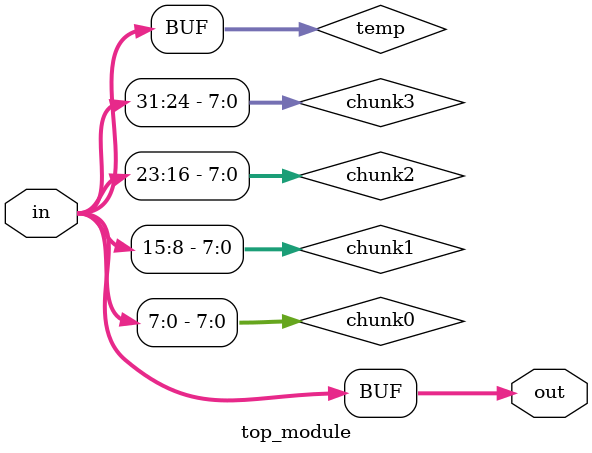
<source format=sv>
module top_module (
	input [31:0] in,
	output [31:0] out
);

	// Declare internal signals
	reg [7:0] chunk0;
	reg [7:0] chunk1;
	reg [7:0] chunk2;
	reg [7:0] chunk3;
	reg [31:0] temp;

	// Assign input bits to the output chunks
	always @(in) begin
		chunk0 = in[7:0];
		chunk1 = in[15:8];
		chunk2 = in[23:16];
		chunk3 = in[31:24];
		temp = {chunk3, chunk2, chunk1, chunk0};
	end

	// Assign the rearranged chunks to the output
	assign out = temp;

endmodule

</source>
